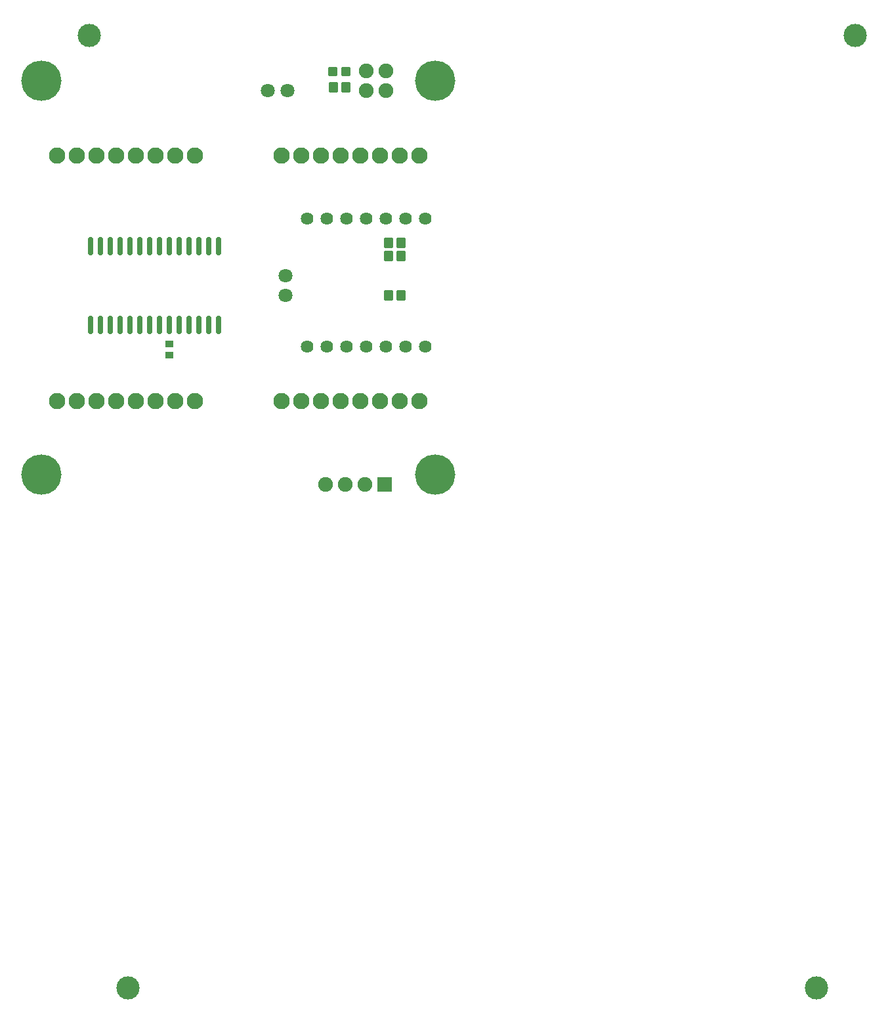
<source format=gts>
G04 Layer: TopSolderMaskLayer*
G04 EasyEDA v6.5.29, 2023-07-20 18:53:58*
G04 ae0c691ece8d4f248acc8e5a997bb802,5a6b42c53f6a479593ecc07194224c93,10*
G04 Gerber Generator version 0.2*
G04 Scale: 100 percent, Rotated: No, Reflected: No *
G04 Dimensions in millimeters *
G04 leading zeros omitted , absolute positions ,4 integer and 5 decimal *
%FSLAX45Y45*%
%MOMM*%

%AMMACRO1*1,1,$1,$2,$3*1,1,$1,$4,$5*1,1,$1,0-$2,0-$3*1,1,$1,0-$4,0-$5*20,1,$1,$2,$3,$4,$5,0*20,1,$1,$4,$5,0-$2,0-$3,0*20,1,$1,0-$2,0-$3,0-$4,0-$5,0*20,1,$1,0-$4,0-$5,$2,$3,0*4,1,4,$2,$3,$4,$5,0-$2,0-$3,0-$4,0-$5,$2,$3,0*%
%ADD10MACRO1,0.2032X-0.5X0.55X0.5X0.55*%
%ADD11MACRO1,0.1016X0.45X0.4X0.45X-0.4*%
%ADD12C,1.9016*%
%ADD13MACRO1,0.1016X-0.9X-0.85X0.9X-0.85*%
%ADD14MACRO1,0.2032X-0.45X-0.5X-0.45X0.5*%
%ADD15MACRO1,0.2032X0.5X-0.55X-0.5X-0.55*%
%ADD16O,0.7015988X2.4015954*%
%ADD17C,5.2032*%
%ADD18C,2.1016*%
%ADD19C,1.8016*%
%ADD20C,1.6256*%
%ADD21C,3.0000*%

%LPD*%
D10*
G01*
X5020307Y2692400D03*
G01*
X4860307Y2692400D03*
G01*
X5020307Y3200400D03*
G01*
X4860307Y3200400D03*
G01*
X5020307Y3365500D03*
G01*
X4860307Y3365500D03*
D11*
G01*
X2032000Y1923896D03*
G01*
X2032000Y2063894D03*
D12*
G01*
X4051300Y254000D03*
D13*
G01*
X4813300Y254001D03*
D12*
G01*
X4559300Y254000D03*
G01*
X4305300Y254000D03*
D14*
G01*
X4144091Y5575292D03*
G01*
X4314090Y5575292D03*
D15*
G01*
X4149092Y5372100D03*
G01*
X4309092Y5372100D03*
D16*
G01*
X1016000Y2313660D03*
G01*
X1143000Y2313660D03*
G01*
X1270000Y2313660D03*
G01*
X1397000Y2313660D03*
G01*
X1524000Y2313660D03*
G01*
X1651000Y2313660D03*
G01*
X1778000Y2313660D03*
G01*
X1905000Y2313660D03*
G01*
X2032000Y2313660D03*
G01*
X2159000Y2313660D03*
G01*
X2286000Y2313660D03*
G01*
X2413000Y2313660D03*
G01*
X2540000Y2313660D03*
G01*
X2667000Y2313660D03*
G01*
X1016000Y3325164D03*
G01*
X1143000Y3325164D03*
G01*
X1270000Y3325164D03*
G01*
X1397000Y3325164D03*
G01*
X1524000Y3325164D03*
G01*
X1651000Y3325164D03*
G01*
X1778000Y3325164D03*
G01*
X1905000Y3325164D03*
G01*
X2032000Y3325164D03*
G01*
X2159000Y3325164D03*
G01*
X2286000Y3325164D03*
G01*
X2413000Y3325164D03*
G01*
X2540000Y3325164D03*
G01*
X2667000Y3325164D03*
D17*
G01*
X381000Y5461000D03*
G01*
X5461000Y5461000D03*
G01*
X5461000Y381000D03*
G01*
X381000Y381000D03*
D12*
G01*
X4572000Y5588000D03*
G01*
X4572000Y5334000D03*
G01*
X4826000Y5334000D03*
G01*
X4826000Y5588000D03*
D18*
G01*
X3479800Y4495800D03*
G01*
X3733800Y4495800D03*
G01*
X3987800Y4495800D03*
G01*
X4241800Y4495800D03*
G01*
X4495800Y4495800D03*
G01*
X4749800Y4495800D03*
G01*
X5003800Y4495800D03*
G01*
X5257800Y4495800D03*
G01*
X5255006Y1329893D03*
G01*
X5001006Y1329893D03*
G01*
X4747006Y1329893D03*
G01*
X4493006Y1329893D03*
G01*
X4239006Y1329893D03*
G01*
X3985006Y1329893D03*
G01*
X3731006Y1329893D03*
G01*
X3477006Y1329893D03*
D19*
G01*
X3302000Y5334000D03*
G01*
X3556000Y5334000D03*
D20*
G01*
X3810000Y3682923D03*
G01*
X3810000Y2031949D03*
G01*
X4826000Y2031949D03*
G01*
X4064000Y2032000D03*
G01*
X4318000Y2032000D03*
G01*
X4572000Y2032000D03*
G01*
X4572000Y3683000D03*
G01*
X4318000Y3683000D03*
G01*
X4064000Y3683000D03*
G01*
X4826000Y3682923D03*
G01*
X5080000Y2031872D03*
G01*
X5080000Y3682847D03*
G01*
X5334000Y2031796D03*
G01*
X5334000Y3682771D03*
D18*
G01*
X584200Y4495800D03*
G01*
X838200Y4495800D03*
G01*
X1092200Y4495800D03*
G01*
X1346200Y4495800D03*
G01*
X1600200Y4495800D03*
G01*
X1854200Y4495800D03*
G01*
X2108200Y4495800D03*
G01*
X2362200Y4495800D03*
G01*
X581405Y1329893D03*
G01*
X835405Y1329893D03*
G01*
X1089405Y1329893D03*
G01*
X1343405Y1329893D03*
G01*
X1597405Y1329893D03*
G01*
X1851405Y1329893D03*
G01*
X2105406Y1329893D03*
G01*
X2359406Y1329893D03*
D19*
G01*
X3530600Y2946400D03*
G01*
X3530600Y2692400D03*
D21*
G01*
X999997Y6041999D03*
G01*
X10884001Y6041999D03*
G01*
X1499996Y-6241999D03*
G01*
X10384002Y-6241999D03*
M02*

</source>
